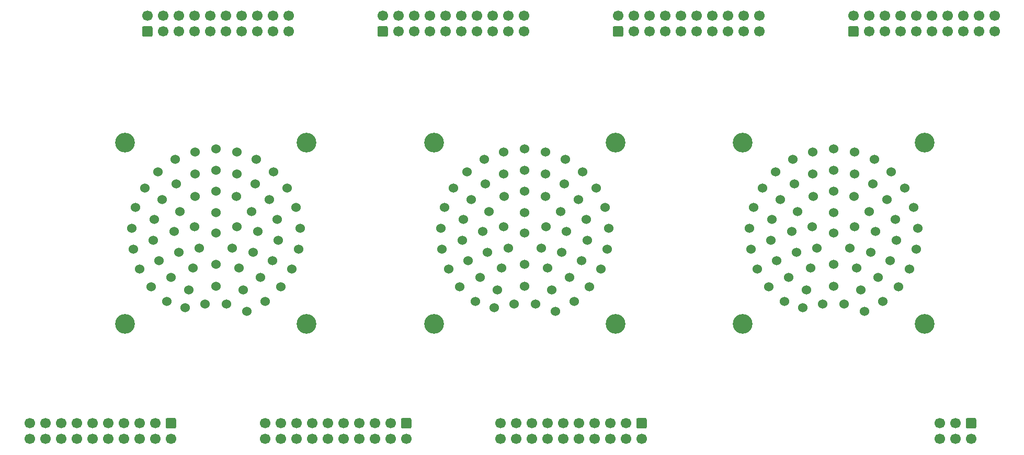
<source format=gbr>
G04 #@! TF.GenerationSoftware,KiCad,Pcbnew,(5.1.6)-1*
G04 #@! TF.CreationDate,2020-08-15T15:38:21+01:00*
G04 #@! TF.ProjectId,Sockets,536f636b-6574-4732-9e6b-696361645f70,rev?*
G04 #@! TF.SameCoordinates,Original*
G04 #@! TF.FileFunction,Soldermask,Top*
G04 #@! TF.FilePolarity,Negative*
%FSLAX46Y46*%
G04 Gerber Fmt 4.6, Leading zero omitted, Abs format (unit mm)*
G04 Created by KiCad (PCBNEW (5.1.6)-1) date 2020-08-15 15:38:21*
%MOMM*%
%LPD*%
G01*
G04 APERTURE LIST*
%ADD10C,3.200000*%
%ADD11C,1.524000*%
%ADD12C,1.700000*%
G04 APERTURE END LIST*
D10*
X135300000Y-114700000D03*
X135300000Y-85300000D03*
X164700000Y-85300000D03*
X164700000Y-114700000D03*
D11*
X146670000Y-94080000D03*
X143980000Y-103100000D03*
X144210000Y-96470000D03*
X143220000Y-99750000D03*
X146270000Y-105660000D03*
X150000000Y-105080000D03*
X152670000Y-102390000D03*
X147330000Y-102390000D03*
X146570000Y-98960000D03*
X150000000Y-96650000D03*
X153430000Y-98960000D03*
X142760000Y-107190000D03*
X150000000Y-108590000D03*
X153730000Y-105660000D03*
X139870000Y-101170000D03*
X140040000Y-97760000D03*
X140810000Y-104450000D03*
X145610000Y-109220000D03*
X156020000Y-103100000D03*
X156780000Y-99750000D03*
X155790000Y-96470000D03*
X150000000Y-93220000D03*
X153330000Y-94080000D03*
X159960000Y-97760000D03*
X158660000Y-94590000D03*
X156380000Y-92020000D03*
X150000000Y-89790000D03*
X153380000Y-90370000D03*
X146620000Y-90370000D03*
X143620000Y-92020000D03*
X141340000Y-94590000D03*
X160130000Y-101170000D03*
X143420000Y-88060000D03*
X146600000Y-86820000D03*
X137020000Y-95830000D03*
X140650000Y-90070000D03*
X136390000Y-99240000D03*
X138470000Y-92710000D03*
X136610000Y-102570000D03*
X148270000Y-111530000D03*
X139510000Y-108710000D03*
X142020000Y-111050000D03*
X145020000Y-112100000D03*
X151730000Y-111530000D03*
X154390000Y-109220000D03*
X157240000Y-107190000D03*
X159190000Y-104450000D03*
X137680000Y-105840000D03*
X150000000Y-86360000D03*
X153400000Y-86820000D03*
X156580000Y-88060000D03*
X161530000Y-92710000D03*
X162980000Y-95830000D03*
X159350000Y-90070000D03*
X163610000Y-99240000D03*
X163390000Y-102570000D03*
X162320000Y-105840000D03*
X160490000Y-108710000D03*
X157980000Y-111050000D03*
X154980000Y-112700000D03*
X150000000Y-100000000D03*
D10*
X85300000Y-114700000D03*
X85300000Y-85300000D03*
X114700000Y-85300000D03*
X114700000Y-114700000D03*
D11*
X96670000Y-94080000D03*
X93980000Y-103100000D03*
X94210000Y-96470000D03*
X93220000Y-99750000D03*
X96270000Y-105660000D03*
X100000000Y-105080000D03*
X102670000Y-102390000D03*
X97330000Y-102390000D03*
X96570000Y-98960000D03*
X100000000Y-96650000D03*
X103430000Y-98960000D03*
X92760000Y-107190000D03*
X100000000Y-108590000D03*
X103730000Y-105660000D03*
X89870000Y-101170000D03*
X90040000Y-97760000D03*
X90810000Y-104450000D03*
X95610000Y-109220000D03*
X106020000Y-103100000D03*
X106780000Y-99750000D03*
X105790000Y-96470000D03*
X100000000Y-93220000D03*
X103330000Y-94080000D03*
X109960000Y-97760000D03*
X108660000Y-94590000D03*
X106380000Y-92020000D03*
X100000000Y-89790000D03*
X103380000Y-90370000D03*
X96620000Y-90370000D03*
X93620000Y-92020000D03*
X91340000Y-94590000D03*
X110130000Y-101170000D03*
X93420000Y-88060000D03*
X96600000Y-86820000D03*
X87020000Y-95830000D03*
X90650000Y-90070000D03*
X86390000Y-99240000D03*
X88470000Y-92710000D03*
X86610000Y-102570000D03*
X98270000Y-111530000D03*
X89510000Y-108710000D03*
X92020000Y-111050000D03*
X95020000Y-112100000D03*
X101730000Y-111530000D03*
X104390000Y-109220000D03*
X107240000Y-107190000D03*
X109190000Y-104450000D03*
X87680000Y-105840000D03*
X100000000Y-86360000D03*
X103400000Y-86820000D03*
X106580000Y-88060000D03*
X111530000Y-92710000D03*
X112980000Y-95830000D03*
X109350000Y-90070000D03*
X113610000Y-99240000D03*
X113390000Y-102570000D03*
X112320000Y-105840000D03*
X110490000Y-108710000D03*
X107980000Y-111050000D03*
X104980000Y-112700000D03*
X100000000Y-100000000D03*
D10*
X185300000Y-114700000D03*
X185300000Y-85300000D03*
X214700000Y-85300000D03*
X214700000Y-114700000D03*
D11*
X196670000Y-94080000D03*
X193980000Y-103100000D03*
X194210000Y-96470000D03*
X193220000Y-99750000D03*
X196270000Y-105660000D03*
X200000000Y-105080000D03*
X202670000Y-102390000D03*
X197330000Y-102390000D03*
X196570000Y-98960000D03*
X200000000Y-96650000D03*
X203430000Y-98960000D03*
X192760000Y-107190000D03*
X200000000Y-108590000D03*
X203730000Y-105660000D03*
X189870000Y-101170000D03*
X190040000Y-97760000D03*
X190810000Y-104450000D03*
X195610000Y-109220000D03*
X206020000Y-103100000D03*
X206780000Y-99750000D03*
X205790000Y-96470000D03*
X200000000Y-93220000D03*
X203330000Y-94080000D03*
X209960000Y-97760000D03*
X208660000Y-94590000D03*
X206380000Y-92020000D03*
X200000000Y-89790000D03*
X203380000Y-90370000D03*
X196620000Y-90370000D03*
X193620000Y-92020000D03*
X191340000Y-94590000D03*
X210130000Y-101170000D03*
X193420000Y-88060000D03*
X196600000Y-86820000D03*
X187020000Y-95830000D03*
X190650000Y-90070000D03*
X186390000Y-99240000D03*
X188470000Y-92710000D03*
X186610000Y-102570000D03*
X198270000Y-111530000D03*
X189510000Y-108710000D03*
X192020000Y-111050000D03*
X195020000Y-112100000D03*
X201730000Y-111530000D03*
X204390000Y-109220000D03*
X207240000Y-107190000D03*
X209190000Y-104450000D03*
X187680000Y-105840000D03*
X200000000Y-86360000D03*
X203400000Y-86820000D03*
X206580000Y-88060000D03*
X211530000Y-92710000D03*
X212980000Y-95830000D03*
X209350000Y-90070000D03*
X213610000Y-99240000D03*
X213390000Y-102570000D03*
X212320000Y-105840000D03*
X210490000Y-108710000D03*
X207980000Y-111050000D03*
X204980000Y-112700000D03*
X200000000Y-100000000D03*
G36*
G01*
X92110000Y-129960000D02*
X93310000Y-129960000D01*
G75*
G02*
X93560000Y-130210000I0J-250000D01*
G01*
X93560000Y-131410000D01*
G75*
G02*
X93310000Y-131660000I-250000J0D01*
G01*
X92110000Y-131660000D01*
G75*
G02*
X91860000Y-131410000I0J250000D01*
G01*
X91860000Y-130210000D01*
G75*
G02*
X92110000Y-129960000I250000J0D01*
G01*
G37*
D12*
X90170000Y-130810000D03*
X87630000Y-130810000D03*
X85090000Y-130810000D03*
X82550000Y-130810000D03*
X80010000Y-130810000D03*
X77470000Y-130810000D03*
X74930000Y-130810000D03*
X72390000Y-130810000D03*
X69850000Y-130810000D03*
X92710000Y-133350000D03*
X90170000Y-133350000D03*
X87630000Y-133350000D03*
X85090000Y-133350000D03*
X82550000Y-133350000D03*
X80010000Y-133350000D03*
X77470000Y-133350000D03*
X74930000Y-133350000D03*
X72390000Y-133350000D03*
X69850000Y-133350000D03*
G36*
G01*
X89500000Y-68160000D02*
X88300000Y-68160000D01*
G75*
G02*
X88050000Y-67910000I0J250000D01*
G01*
X88050000Y-66710000D01*
G75*
G02*
X88300000Y-66460000I250000J0D01*
G01*
X89500000Y-66460000D01*
G75*
G02*
X89750000Y-66710000I0J-250000D01*
G01*
X89750000Y-67910000D01*
G75*
G02*
X89500000Y-68160000I-250000J0D01*
G01*
G37*
X91440000Y-67310000D03*
X93980000Y-67310000D03*
X96520000Y-67310000D03*
X99060000Y-67310000D03*
X101600000Y-67310000D03*
X104140000Y-67310000D03*
X106680000Y-67310000D03*
X109220000Y-67310000D03*
X111760000Y-67310000D03*
X88900000Y-64770000D03*
X91440000Y-64770000D03*
X93980000Y-64770000D03*
X96520000Y-64770000D03*
X99060000Y-64770000D03*
X101600000Y-64770000D03*
X104140000Y-64770000D03*
X106680000Y-64770000D03*
X109220000Y-64770000D03*
X111760000Y-64770000D03*
X107950000Y-133350000D03*
X110490000Y-133350000D03*
X113030000Y-133350000D03*
X115570000Y-133350000D03*
X118110000Y-133350000D03*
X120650000Y-133350000D03*
X123190000Y-133350000D03*
X125730000Y-133350000D03*
X128270000Y-133350000D03*
X130810000Y-133350000D03*
X107950000Y-130810000D03*
X110490000Y-130810000D03*
X113030000Y-130810000D03*
X115570000Y-130810000D03*
X118110000Y-130810000D03*
X120650000Y-130810000D03*
X123190000Y-130810000D03*
X125730000Y-130810000D03*
X128270000Y-130810000D03*
G36*
G01*
X130210000Y-129960000D02*
X131410000Y-129960000D01*
G75*
G02*
X131660000Y-130210000I0J-250000D01*
G01*
X131660000Y-131410000D01*
G75*
G02*
X131410000Y-131660000I-250000J0D01*
G01*
X130210000Y-131660000D01*
G75*
G02*
X129960000Y-131410000I0J250000D01*
G01*
X129960000Y-130210000D01*
G75*
G02*
X130210000Y-129960000I250000J0D01*
G01*
G37*
G36*
G01*
X165700000Y-68160000D02*
X164500000Y-68160000D01*
G75*
G02*
X164250000Y-67910000I0J250000D01*
G01*
X164250000Y-66710000D01*
G75*
G02*
X164500000Y-66460000I250000J0D01*
G01*
X165700000Y-66460000D01*
G75*
G02*
X165950000Y-66710000I0J-250000D01*
G01*
X165950000Y-67910000D01*
G75*
G02*
X165700000Y-68160000I-250000J0D01*
G01*
G37*
X167640000Y-67310000D03*
X170180000Y-67310000D03*
X172720000Y-67310000D03*
X175260000Y-67310000D03*
X177800000Y-67310000D03*
X180340000Y-67310000D03*
X182880000Y-67310000D03*
X185420000Y-67310000D03*
X187960000Y-67310000D03*
X165100000Y-64770000D03*
X167640000Y-64770000D03*
X170180000Y-64770000D03*
X172720000Y-64770000D03*
X175260000Y-64770000D03*
X177800000Y-64770000D03*
X180340000Y-64770000D03*
X182880000Y-64770000D03*
X185420000Y-64770000D03*
X187960000Y-64770000D03*
X149860000Y-64770000D03*
X147320000Y-64770000D03*
X144780000Y-64770000D03*
X142240000Y-64770000D03*
X139700000Y-64770000D03*
X137160000Y-64770000D03*
X134620000Y-64770000D03*
X132080000Y-64770000D03*
X129540000Y-64770000D03*
X127000000Y-64770000D03*
X149860000Y-67310000D03*
X147320000Y-67310000D03*
X144780000Y-67310000D03*
X142240000Y-67310000D03*
X139700000Y-67310000D03*
X137160000Y-67310000D03*
X134620000Y-67310000D03*
X132080000Y-67310000D03*
X129540000Y-67310000D03*
G36*
G01*
X127600000Y-68160000D02*
X126400000Y-68160000D01*
G75*
G02*
X126150000Y-67910000I0J250000D01*
G01*
X126150000Y-66710000D01*
G75*
G02*
X126400000Y-66460000I250000J0D01*
G01*
X127600000Y-66460000D01*
G75*
G02*
X127850000Y-66710000I0J-250000D01*
G01*
X127850000Y-67910000D01*
G75*
G02*
X127600000Y-68160000I-250000J0D01*
G01*
G37*
G36*
G01*
X168310000Y-129960000D02*
X169510000Y-129960000D01*
G75*
G02*
X169760000Y-130210000I0J-250000D01*
G01*
X169760000Y-131410000D01*
G75*
G02*
X169510000Y-131660000I-250000J0D01*
G01*
X168310000Y-131660000D01*
G75*
G02*
X168060000Y-131410000I0J250000D01*
G01*
X168060000Y-130210000D01*
G75*
G02*
X168310000Y-129960000I250000J0D01*
G01*
G37*
X166370000Y-130810000D03*
X163830000Y-130810000D03*
X161290000Y-130810000D03*
X158750000Y-130810000D03*
X156210000Y-130810000D03*
X153670000Y-130810000D03*
X151130000Y-130810000D03*
X148590000Y-130810000D03*
X146050000Y-130810000D03*
X168910000Y-133350000D03*
X166370000Y-133350000D03*
X163830000Y-133350000D03*
X161290000Y-133350000D03*
X158750000Y-133350000D03*
X156210000Y-133350000D03*
X153670000Y-133350000D03*
X151130000Y-133350000D03*
X148590000Y-133350000D03*
X146050000Y-133350000D03*
X226060000Y-64770000D03*
X223520000Y-64770000D03*
X220980000Y-64770000D03*
X218440000Y-64770000D03*
X215900000Y-64770000D03*
X213360000Y-64770000D03*
X210820000Y-64770000D03*
X208280000Y-64770000D03*
X205740000Y-64770000D03*
X203200000Y-64770000D03*
X226060000Y-67310000D03*
X223520000Y-67310000D03*
X220980000Y-67310000D03*
X218440000Y-67310000D03*
X215900000Y-67310000D03*
X213360000Y-67310000D03*
X210820000Y-67310000D03*
X208280000Y-67310000D03*
X205740000Y-67310000D03*
G36*
G01*
X203800000Y-68160000D02*
X202600000Y-68160000D01*
G75*
G02*
X202350000Y-67910000I0J250000D01*
G01*
X202350000Y-66710000D01*
G75*
G02*
X202600000Y-66460000I250000J0D01*
G01*
X203800000Y-66460000D01*
G75*
G02*
X204050000Y-66710000I0J-250000D01*
G01*
X204050000Y-67910000D01*
G75*
G02*
X203800000Y-68160000I-250000J0D01*
G01*
G37*
G36*
G01*
X221650000Y-129960000D02*
X222850000Y-129960000D01*
G75*
G02*
X223100000Y-130210000I0J-250000D01*
G01*
X223100000Y-131410000D01*
G75*
G02*
X222850000Y-131660000I-250000J0D01*
G01*
X221650000Y-131660000D01*
G75*
G02*
X221400000Y-131410000I0J250000D01*
G01*
X221400000Y-130210000D01*
G75*
G02*
X221650000Y-129960000I250000J0D01*
G01*
G37*
X219710000Y-130810000D03*
X217170000Y-130810000D03*
X222250000Y-133350000D03*
X219710000Y-133350000D03*
X217170000Y-133350000D03*
M02*

</source>
